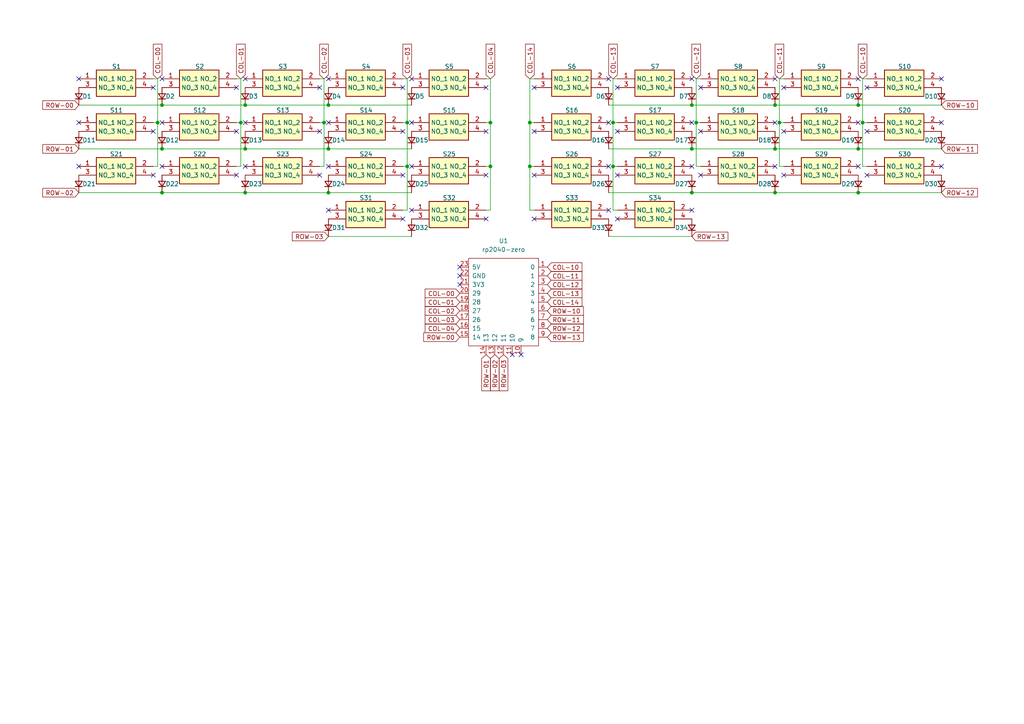
<source format=kicad_sch>
(kicad_sch (version 20231120) (generator "eeschema") (generator_version "8.0")
  (paper "A4")
  (title_block (title "Miniwing") (date "2025-01-25") (rev "1") (company "JJS"))
  (junction (at 201.93 35.56))
  (junction (at 200.66 55.88))
  (junction (at 45.72 35.56))
  (junction (at 200.66 30.48))
  (junction (at 46.99 30.48))
  (junction (at 95.25 55.88))
  (junction (at 248.92 30.48))
  (junction (at 93.98 35.56))
  (junction (at 224.79 55.88))
  (junction (at 250.19 35.56))
  (junction (at 71.12 55.88))
  (junction (at 200.66 43.18))
  (junction (at 153.67 35.56))
  (junction (at 224.79 30.48))
  (junction (at 71.12 43.18))
  (junction (at 118.11 35.56))
  (junction (at 95.25 43.18))
  (junction (at 177.8 35.56))
  (junction (at 46.99 43.18))
  (junction (at 95.25 30.48))
  (junction (at 142.24 48.26))
  (junction (at 118.11 48.26))
  (junction (at 248.92 55.88))
  (junction (at 46.99 55.88))
  (junction (at 226.06 35.56))
  (junction (at 142.24 35.56))
  (junction (at 177.8 48.26))
  (junction (at 153.67 48.26))
  (junction (at 224.79 43.18))
  (junction (at 71.12 30.48))
  (junction (at 248.92 43.18))
  (junction (at 69.85 35.56))
  (no_connect (at 273.05 48.26))
  (no_connect (at 148.59 102.87))
  (no_connect (at 203.2 38.1))
  (no_connect (at 176.53 60.96))
  (no_connect (at 224.79 22.86))
  (no_connect (at 273.05 22.86))
  (no_connect (at 154.94 25.4))
  (no_connect (at 22.86 48.26))
  (no_connect (at 71.12 22.86))
  (no_connect (at 68.58 50.8))
  (no_connect (at 119.38 35.56))
  (no_connect (at 95.25 48.26))
  (no_connect (at 46.99 35.56))
  (no_connect (at 154.94 63.5))
  (no_connect (at 116.84 38.1))
  (no_connect (at 224.79 35.56))
  (no_connect (at 92.71 50.8))
  (no_connect (at 176.53 35.56))
  (no_connect (at 251.46 38.1))
  (no_connect (at 227.33 25.4))
  (no_connect (at 116.84 63.5))
  (no_connect (at 116.84 50.8))
  (no_connect (at 119.38 22.86))
  (no_connect (at 200.66 22.86))
  (no_connect (at 200.66 35.56))
  (no_connect (at 71.12 48.26))
  (no_connect (at 140.97 50.8))
  (no_connect (at 179.07 63.5))
  (no_connect (at 248.92 35.56))
  (no_connect (at 119.38 48.26))
  (no_connect (at 200.66 60.96))
  (no_connect (at 273.05 35.56))
  (no_connect (at 71.12 35.56))
  (no_connect (at 116.84 25.4))
  (no_connect (at 92.71 38.1))
  (no_connect (at 179.07 38.1))
  (no_connect (at 203.2 50.8))
  (no_connect (at 95.25 35.56))
  (no_connect (at 119.38 60.96))
  (no_connect (at 176.53 48.26))
  (no_connect (at 176.53 22.86))
  (no_connect (at 46.99 48.26))
  (no_connect (at 95.25 60.96))
  (no_connect (at 140.97 25.4))
  (no_connect (at 151.13 102.87))
  (no_connect (at 140.97 38.1))
  (no_connect (at 200.66 48.26))
  (no_connect (at 140.97 63.5))
  (no_connect (at 133.35 82.55))
  (no_connect (at 227.33 50.8))
  (no_connect (at 154.94 38.1))
  (no_connect (at 44.45 38.1))
  (no_connect (at 179.07 25.4))
  (no_connect (at 203.2 25.4))
  (no_connect (at 22.86 35.56))
  (no_connect (at 251.46 50.8))
  (no_connect (at 68.58 38.1))
  (no_connect (at 133.35 80.01))
  (no_connect (at 248.92 48.26))
  (no_connect (at 95.25 22.86))
  (no_connect (at 133.35 77.47))
  (no_connect (at 46.99 22.86))
  (no_connect (at 44.45 50.8))
  (no_connect (at 154.94 50.8))
  (no_connect (at 68.58 25.4))
  (no_connect (at 22.86 22.86))
  (no_connect (at 227.33 38.1))
  (no_connect (at 92.71 25.4))
  (no_connect (at 251.46 25.4))
  (no_connect (at 248.92 22.86))
  (no_connect (at 179.07 50.8))
  (no_connect (at 44.45 25.4))
  (no_connect (at 224.79 48.26))
  (wire (pts (xy 45.72 48.26) (xy 44.45 48.26)))
  (wire (pts (xy 179.07 22.86) (xy 177.8 22.86)))
  (wire (pts (xy 226.06 35.56) (xy 226.06 48.26)))
  (wire (pts (xy 224.79 43.18) (xy 200.66 43.18)))
  (wire (pts (xy 203.2 48.26) (xy 201.93 48.26)))
  (wire (pts (xy 95.25 55.88) (xy 119.38 55.88)))
  (wire (pts (xy 200.66 55.88) (xy 176.53 55.88)))
  (wire (pts (xy 226.06 22.86) (xy 226.06 35.56)))
  (wire (pts (xy 46.99 55.88) (xy 71.12 55.88)))
  (wire (pts (xy 69.85 35.56) (xy 69.85 48.26)))
  (wire (pts (xy 227.33 22.86) (xy 226.06 22.86)))
  (wire (pts (xy 250.19 48.26) (xy 251.46 48.26)))
  (wire (pts (xy 153.67 48.26) (xy 153.67 60.96)))
  (wire (pts (xy 142.24 48.26) (xy 142.24 60.96)))
  (wire (pts (xy 140.97 48.26) (xy 142.24 48.26)))
  (wire (pts (xy 154.94 35.56) (xy 153.67 35.56)))
  (wire (pts (xy 92.71 48.26) (xy 93.98 48.26)))
  (wire (pts (xy 68.58 48.26) (xy 69.85 48.26)))
  (wire (pts (xy 142.24 35.56) (xy 142.24 48.26)))
  (wire (pts (xy 153.67 22.86) (xy 154.94 22.86)))
  (wire (pts (xy 227.33 48.26) (xy 226.06 48.26)))
  (wire (pts (xy 203.2 35.56) (xy 201.93 35.56)))
  (wire (pts (xy 95.25 43.18) (xy 119.38 43.18)))
  (wire (pts (xy 92.71 22.86) (xy 93.98 22.86)))
  (wire (pts (xy 154.94 48.26) (xy 153.67 48.26)))
  (wire (pts (xy 95.25 30.48) (xy 119.38 30.48)))
  (wire (pts (xy 92.71 35.56) (xy 93.98 35.56)))
  (wire (pts (xy 68.58 35.56) (xy 69.85 35.56)))
  (wire (pts (xy 177.8 60.96) (xy 177.8 48.26)))
  (wire (pts (xy 71.12 43.18) (xy 95.25 43.18)))
  (wire (pts (xy 46.99 43.18) (xy 71.12 43.18)))
  (wire (pts (xy 250.19 35.56) (xy 250.19 48.26)))
  (wire (pts (xy 248.92 43.18) (xy 224.79 43.18)))
  (wire (pts (xy 118.11 48.26) (xy 118.11 35.56)))
  (wire (pts (xy 248.92 30.48) (xy 224.79 30.48)))
  (wire (pts (xy 118.11 35.56) (xy 118.11 22.86)))
  (wire (pts (xy 200.66 68.58) (xy 176.53 68.58)))
  (wire (pts (xy 250.19 22.86) (xy 250.19 35.56)))
  (wire (pts (xy 44.45 22.86) (xy 45.72 22.86)))
  (wire (pts (xy 177.8 48.26) (xy 177.8 35.56)))
  (wire (pts (xy 45.72 22.86) (xy 45.72 35.56)))
  (wire (pts (xy 22.86 30.48) (xy 46.99 30.48)))
  (wire (pts (xy 71.12 55.88) (xy 95.25 55.88)))
  (wire (pts (xy 224.79 30.48) (xy 200.66 30.48)))
  (wire (pts (xy 45.72 35.56) (xy 45.72 48.26)))
  (wire (pts (xy 153.67 60.96) (xy 154.94 60.96)))
  (wire (pts (xy 200.66 43.18) (xy 176.53 43.18)))
  (wire (pts (xy 116.84 48.26) (xy 118.11 48.26)))
  (wire (pts (xy 273.05 43.18) (xy 248.92 43.18)))
  (wire (pts (xy 248.92 55.88) (xy 224.79 55.88)))
  (wire (pts (xy 142.24 60.96) (xy 140.97 60.96)))
  (wire (pts (xy 116.84 22.86) (xy 118.11 22.86)))
  (wire (pts (xy 95.25 68.58) (xy 119.38 68.58)))
  (wire (pts (xy 116.84 60.96) (xy 118.11 60.96)))
  (wire (pts (xy 93.98 22.86) (xy 93.98 35.56)))
  (wire (pts (xy 69.85 22.86) (xy 69.85 35.56)))
  (wire (pts (xy 22.86 43.18) (xy 46.99 43.18)))
  (wire (pts (xy 71.12 30.48) (xy 95.25 30.48)))
  (wire (pts (xy 140.97 22.86) (xy 142.24 22.86)))
  (wire (pts (xy 227.33 35.56) (xy 226.06 35.56)))
  (wire (pts (xy 140.97 35.56) (xy 142.24 35.56)))
  (wire (pts (xy 22.86 55.88) (xy 46.99 55.88)))
  (wire (pts (xy 273.05 55.88) (xy 248.92 55.88)))
  (wire (pts (xy 224.79 55.88) (xy 200.66 55.88)))
  (wire (pts (xy 179.07 48.26) (xy 177.8 48.26)))
  (wire (pts (xy 153.67 22.86) (xy 153.67 35.56)))
  (wire (pts (xy 44.45 35.56) (xy 45.72 35.56)))
  (wire (pts (xy 153.67 35.56) (xy 153.67 48.26)))
  (wire (pts (xy 68.58 22.86) (xy 69.85 22.86)))
  (wire (pts (xy 251.46 35.56) (xy 250.19 35.56)))
  (wire (pts (xy 250.19 22.86) (xy 251.46 22.86)))
  (wire (pts (xy 142.24 22.86) (xy 142.24 35.56)))
  (wire (pts (xy 118.11 60.96) (xy 118.11 48.26)))
  (wire (pts (xy 179.07 60.96) (xy 177.8 60.96)))
  (wire (pts (xy 179.07 35.56) (xy 177.8 35.56)))
  (wire (pts (xy 93.98 35.56) (xy 93.98 48.26)))
  (wire (pts (xy 248.92 30.48) (xy 273.05 30.48)))
  (wire (pts (xy 203.2 22.86) (xy 201.93 22.86)))
  (wire (pts (xy 177.8 35.56) (xy 177.8 22.86)))
  (wire (pts (xy 46.99 30.48) (xy 71.12 30.48)))
  (wire (pts (xy 116.84 35.56) (xy 118.11 35.56)))
  (wire (pts (xy 200.66 30.48) (xy 176.53 30.48)))
  (wire (pts (xy 201.93 35.56) (xy 201.93 48.26)))
  (wire (pts (xy 201.93 22.86) (xy 201.93 35.56)))
  (global_label "COL-01" (shape input) (at 69.85 22.86 90) (property "Intersheetrefs" "${INTERSHEET_REFS}" (effects (hide yes))))
  (global_label "COL-13" (shape input) (at 158.75 85.09 0) (property "Intersheetrefs" "${INTERSHEET_REFS}" (effects (hide yes))))
  (global_label "COL-13" (shape input) (at 177.8 22.86 90) (property "Intersheetrefs" "${INTERSHEET_REFS}" (effects (hide yes))))
  (global_label "COL-14" (shape input) (at 158.75 87.63 0) (property "Intersheetrefs" "${INTERSHEET_REFS}" (effects (hide yes))))
  (global_label "ROW-02" (shape input) (at 22.86 55.88 180) (property "Intersheetrefs" "${INTERSHEET_REFS}" (effects (hide yes))))
  (global_label "ROW-03" (shape input) (at 95.25 68.58 180) (property "Intersheetrefs" "${INTERSHEET_REFS}" (effects (hide yes))))
  (global_label "ROW-13" (shape input) (at 200.66 68.58 0) (property "Intersheetrefs" "${INTERSHEET_REFS}" (effects (hide yes))))
  (global_label "COL-01" (shape input) (at 133.35 87.63 180) (property "Intersheetrefs" "${INTERSHEET_REFS}" (effects (hide yes))))
  (global_label "COL-00" (shape input) (at 45.72 22.86 90) (property "Intersheetrefs" "${INTERSHEET_REFS}" (effects (hide yes))))
  (global_label "ROW-13" (shape input) (at 158.75 97.79 0) (property "Intersheetrefs" "${INTERSHEET_REFS}" (effects (hide yes))))
  (global_label "COL-11" (shape input) (at 226.06 22.86 90) (property "Intersheetrefs" "${INTERSHEET_REFS}" (effects (hide yes))))
  (global_label "ROW-02" (shape input) (at 143.51 102.87 270) (property "Intersheetrefs" "${INTERSHEET_REFS}" (effects (hide yes))))
  (global_label "COL-03" (shape input) (at 133.35 92.71 180) (property "Intersheetrefs" "${INTERSHEET_REFS}" (effects (hide yes))))
  (global_label "COL-10" (shape input) (at 158.75 77.47 0) (property "Intersheetrefs" "${INTERSHEET_REFS}" (effects (hide yes))))
  (global_label "ROW-10" (shape input) (at 158.75 90.17 0) (property "Intersheetrefs" "${INTERSHEET_REFS}" (effects (hide yes))))
  (global_label "ROW-11" (shape input) (at 273.05 43.18 0) (property "Intersheetrefs" "${INTERSHEET_REFS}" (effects (hide yes))))
  (global_label "ROW-12" (shape input) (at 273.05 55.88 0) (property "Intersheetrefs" "${INTERSHEET_REFS}" (effects (hide yes))))
  (global_label "ROW-12" (shape input) (at 158.75 95.25 0) (property "Intersheetrefs" "${INTERSHEET_REFS}" (effects (hide yes))))
  (global_label "COL-04" (shape input) (at 142.24 22.86 90) (property "Intersheetrefs" "${INTERSHEET_REFS}" (effects (hide yes))))
  (global_label "ROW-00" (shape input) (at 22.86 30.48 180) (property "Intersheetrefs" "${INTERSHEET_REFS}" (effects (hide yes))))
  (global_label "ROW-10" (shape input) (at 273.05 30.48 0) (property "Intersheetrefs" "${INTERSHEET_REFS}" (effects (hide yes))))
  (global_label "COL-14" (shape input) (at 153.67 22.86 90) (property "Intersheetrefs" "${INTERSHEET_REFS}" (effects (hide yes))))
  (global_label "COL-11" (shape input) (at 158.75 80.01 0) (property "Intersheetrefs" "${INTERSHEET_REFS}" (effects (hide yes))))
  (global_label "COL-00" (shape input) (at 133.35 85.09 180) (property "Intersheetrefs" "${INTERSHEET_REFS}" (effects (hide yes))))
  (global_label "ROW-11" (shape input) (at 158.75 92.71 0) (property "Intersheetrefs" "${INTERSHEET_REFS}" (effects (hide yes))))
  (global_label "COL-04" (shape input) (at 133.35 95.25 180) (property "Intersheetrefs" "${INTERSHEET_REFS}" (effects (hide yes))))
  (global_label "COL-12" (shape input) (at 201.93 22.86 90) (property "Intersheetrefs" "${INTERSHEET_REFS}" (effects (hide yes))))
  (global_label "ROW-01" (shape input) (at 140.97 102.87 270) (property "Intersheetrefs" "${INTERSHEET_REFS}" (effects (hide yes))))
  (global_label "COL-10" (shape input) (at 250.19 22.86 90) (property "Intersheetrefs" "${INTERSHEET_REFS}" (effects (hide yes))))
  (global_label "ROW-03" (shape input) (at 146.05 102.87 270) (property "Intersheetrefs" "${INTERSHEET_REFS}" (effects (hide yes))))
  (global_label "COL-02" (shape input) (at 93.98 22.86 90) (property "Intersheetrefs" "${INTERSHEET_REFS}" (effects (hide yes))))
  (global_label "ROW-01" (shape input) (at 22.86 43.18 180) (property "Intersheetrefs" "${INTERSHEET_REFS}" (effects (hide yes))))
  (global_label "COL-03" (shape input) (at 118.11 22.86 90) (property "Intersheetrefs" "${INTERSHEET_REFS}" (effects (hide yes))))
  (global_label "COL-12" (shape input) (at 158.75 82.55 0) (property "Intersheetrefs" "${INTERSHEET_REFS}" (effects (hide yes))))
  (global_label "COL-02" (shape input) (at 133.35 90.17 180) (property "Intersheetrefs" "${INTERSHEET_REFS}" (effects (hide yes))))
  (global_label "ROW-00" (shape input) (at 133.35 97.79 180) (property "Intersheetrefs" "${INTERSHEET_REFS}" (effects (hide yes))))
  (symbol (lib_id "SKHCBKA010:SKHCBKA010") (at 95.25 48.26 0) (unit 1)
    (property "Reference" "S24" (at 106.172 44.704 0))
    (property "Value" "SKHCBKA010" (effects (hide yes)))
    (property "Footprint" "KiCad:SKHCBKA010" (effects (hide yes)))
    (property "Datasheet" "https://datasheet.lcsc.com/szlcsc/ALPS-Electric-SKHCBKA010_C219781.pdf" (effects (hide yes)))
    (property "Description" "Tactile Switches 50 mAmps at 12 Volts" (effects (hide yes)))
    (property "Height" "4.3" (effects (hide yes)))
    (property "Mouser Part Number" "688-SKHCBKA010" (effects (hide yes)))
    (property "Mouser Price/Stock" "https://www.mouser.co.uk/ProductDetail/Alps-Alpine/SKHCBKA010?qs=6EGMNY9ZYDSN2DHLA%252BDAng%3D%3D" (effects (hide yes)))
    (property "Manufacturer_Name" "ALPS Electric" (effects (hide yes)))
    (property "Manufacturer_Part_Number" "SKHCBKA010" (effects (hide yes)))
  )
  (symbol (lib_id "SKHCBKA010:SKHCBKA010") (at 95.25 22.86 0) (unit 1)
    (property "Reference" "S4" (at 106.172 19.304 0))
    (property "Value" "SKHCBKA010" (effects (hide yes)))
    (property "Footprint" "KiCad:SKHCBKA010" (effects (hide yes)))
    (property "Datasheet" "https://datasheet.lcsc.com/szlcsc/ALPS-Electric-SKHCBKA010_C219781.pdf" (effects (hide yes)))
    (property "Description" "Tactile Switches 50 mAmps at 12 Volts" (effects (hide yes)))
    (property "Height" "4.3" (effects (hide yes)))
    (property "Mouser Part Number" "688-SKHCBKA010" (effects (hide yes)))
    (property "Mouser Price/Stock" "https://www.mouser.co.uk/ProductDetail/Alps-Alpine/SKHCBKA010?qs=6EGMNY9ZYDSN2DHLA%252BDAng%3D%3D" (effects (hide yes)))
    (property "Manufacturer_Name" "ALPS Electric" (effects (hide yes)))
    (property "Manufacturer_Part_Number" "SKHCBKA010" (effects (hide yes)))
  )
  (symbol (lib_id "Device:D_Small") (at 200.66 27.94 270) (mirror x) (unit 1)
    (property "Reference" "D7" (at 199.644 27.94 90) (effects (justify right)))
    (property "Value" "D_Small" (effects (hide yes)))
    (property "Footprint" "Diode_SMD:D_SOD-123" (effects (hide yes)))
    (property "Description" "Diode, small symbol" (effects (hide yes)))
    (property "Sim.Device" "D" (effects (hide yes)))
    (property "Sim.Pins" "1=K 2=A" (effects (hide yes)))
  )
  (symbol (lib_id "Device:D_Small") (at 273.05 40.64 270) (mirror x) (unit 1)
    (property "Reference" "D20" (at 272.034 40.64 90) (effects (justify right)))
    (property "Value" "D_Small" (effects (hide yes)))
    (property "Footprint" "Diode_SMD:D_SOD-123" (effects (hide yes)))
    (property "Description" "Diode, small symbol" (effects (hide yes)))
    (property "Sim.Device" "D" (effects (hide yes)))
    (property "Sim.Pins" "1=K 2=A" (effects (hide yes)))
  )
  (symbol (lib_id "Device:D_Small") (at 46.99 53.34 90) (unit 1)
    (property "Reference" "D22" (at 48.006 53.34 90) (effects (justify right)))
    (property "Value" "D_Small" (effects (hide yes)))
    (property "Footprint" "Diode_SMD:D_SOD-123" (effects (hide yes)))
    (property "Description" "Diode, small symbol" (effects (hide yes)))
    (property "Sim.Device" "D" (effects (hide yes)))
    (property "Sim.Pins" "1=K 2=A" (effects (hide yes)))
  )
  (symbol (lib_id "SKHCBKA010:SKHCBKA010") (at 22.86 48.26 0) (unit 1)
    (property "Reference" "S21" (at 33.782 44.704 0))
    (property "Value" "SKHCBKA010" (effects (hide yes)))
    (property "Footprint" "KiCad:SKHCBKA010" (effects (hide yes)))
    (property "Datasheet" "https://datasheet.lcsc.com/szlcsc/ALPS-Electric-SKHCBKA010_C219781.pdf" (effects (hide yes)))
    (property "Description" "Tactile Switches 50 mAmps at 12 Volts" (effects (hide yes)))
    (property "Height" "4.3" (effects (hide yes)))
    (property "Mouser Part Number" "688-SKHCBKA010" (effects (hide yes)))
    (property "Mouser Price/Stock" "https://www.mouser.co.uk/ProductDetail/Alps-Alpine/SKHCBKA010?qs=6EGMNY9ZYDSN2DHLA%252BDAng%3D%3D" (effects (hide yes)))
    (property "Manufacturer_Name" "ALPS Electric" (effects (hide yes)))
    (property "Manufacturer_Part_Number" "SKHCBKA010" (effects (hide yes)))
  )
  (symbol (lib_id "SKHCBKA010:SKHCBKA010") (at 227.33 22.86 0) (unit 1)
    (property "Reference" "S9" (at 238.252 19.304 0))
    (property "Value" "SKHCBKA010" (effects (hide yes)))
    (property "Footprint" "KiCad:SKHCBKA010" (effects (hide yes)))
    (property "Datasheet" "https://datasheet.lcsc.com/szlcsc/ALPS-Electric-SKHCBKA010_C219781.pdf" (effects (hide yes)))
    (property "Description" "Tactile Switches 50 mAmps at 12 Volts" (effects (hide yes)))
    (property "Height" "4.3" (effects (hide yes)))
    (property "Mouser Part Number" "688-SKHCBKA010" (effects (hide yes)))
    (property "Mouser Price/Stock" "https://www.mouser.co.uk/ProductDetail/Alps-Alpine/SKHCBKA010?qs=6EGMNY9ZYDSN2DHLA%252BDAng%3D%3D" (effects (hide yes)))
    (property "Manufacturer_Name" "ALPS Electric" (effects (hide yes)))
    (property "Manufacturer_Part_Number" "SKHCBKA010" (effects (hide yes)))
  )
  (symbol (lib_id "SKHCBKA010:SKHCBKA010") (at 95.25 35.56 0) (unit 1)
    (property "Reference" "S14" (at 106.172 32.004 0))
    (property "Value" "SKHCBKA010" (effects (hide yes)))
    (property "Footprint" "KiCad:SKHCBKA010" (effects (hide yes)))
    (property "Datasheet" "https://datasheet.lcsc.com/szlcsc/ALPS-Electric-SKHCBKA010_C219781.pdf" (effects (hide yes)))
    (property "Description" "Tactile Switches 50 mAmps at 12 Volts" (effects (hide yes)))
    (property "Height" "4.3" (effects (hide yes)))
    (property "Mouser Part Number" "688-SKHCBKA010" (effects (hide yes)))
    (property "Mouser Price/Stock" "https://www.mouser.co.uk/ProductDetail/Alps-Alpine/SKHCBKA010?qs=6EGMNY9ZYDSN2DHLA%252BDAng%3D%3D" (effects (hide yes)))
    (property "Manufacturer_Name" "ALPS Electric" (effects (hide yes)))
    (property "Manufacturer_Part_Number" "SKHCBKA010" (effects (hide yes)))
  )
  (symbol (lib_id "SKHCBKA010:SKHCBKA010") (at 179.07 35.56 0) (unit 1)
    (property "Reference" "S17" (at 189.992 32.004 0))
    (property "Value" "SKHCBKA010" (effects (hide yes)))
    (property "Footprint" "KiCad:SKHCBKA010" (effects (hide yes)))
    (property "Datasheet" "https://datasheet.lcsc.com/szlcsc/ALPS-Electric-SKHCBKA010_C219781.pdf" (effects (hide yes)))
    (property "Description" "Tactile Switches 50 mAmps at 12 Volts" (effects (hide yes)))
    (property "Height" "4.3" (effects (hide yes)))
    (property "Mouser Part Number" "688-SKHCBKA010" (effects (hide yes)))
    (property "Mouser Price/Stock" "https://www.mouser.co.uk/ProductDetail/Alps-Alpine/SKHCBKA010?qs=6EGMNY9ZYDSN2DHLA%252BDAng%3D%3D" (effects (hide yes)))
    (property "Manufacturer_Name" "ALPS Electric" (effects (hide yes)))
    (property "Manufacturer_Part_Number" "SKHCBKA010" (effects (hide yes)))
  )
  (symbol (lib_id "SKHCBKA010:SKHCBKA010") (at 154.94 48.26 0) (unit 1)
    (property "Reference" "S26" (at 165.862 44.704 0))
    (property "Value" "SKHCBKA010" (effects (hide yes)))
    (property "Footprint" "KiCad:SKHCBKA010" (effects (hide yes)))
    (property "Datasheet" "https://datasheet.lcsc.com/szlcsc/ALPS-Electric-SKHCBKA010_C219781.pdf" (effects (hide yes)))
    (property "Description" "Tactile Switches 50 mAmps at 12 Volts" (effects (hide yes)))
    (property "Height" "4.3" (effects (hide yes)))
    (property "Mouser Part Number" "688-SKHCBKA010" (effects (hide yes)))
    (property "Mouser Price/Stock" "https://www.mouser.co.uk/ProductDetail/Alps-Alpine/SKHCBKA010?qs=6EGMNY9ZYDSN2DHLA%252BDAng%3D%3D" (effects (hide yes)))
    (property "Manufacturer_Name" "ALPS Electric" (effects (hide yes)))
    (property "Manufacturer_Part_Number" "SKHCBKA010" (effects (hide yes)))
  )
  (symbol (lib_id "SKHCBKA010:SKHCBKA010") (at 154.94 22.86 0) (unit 1)
    (property "Reference" "S6" (at 165.862 19.304 0))
    (property "Value" "SKHCBKA010" (effects (hide yes)))
    (property "Footprint" "KiCad:SKHCBKA010" (effects (hide yes)))
    (property "Datasheet" "https://datasheet.lcsc.com/szlcsc/ALPS-Electric-SKHCBKA010_C219781.pdf" (effects (hide yes)))
    (property "Description" "Tactile Switches 50 mAmps at 12 Volts" (effects (hide yes)))
    (property "Height" "4.3" (effects (hide yes)))
    (property "Mouser Part Number" "688-SKHCBKA010" (effects (hide yes)))
    (property "Mouser Price/Stock" "https://www.mouser.co.uk/ProductDetail/Alps-Alpine/SKHCBKA010?qs=6EGMNY9ZYDSN2DHLA%252BDAng%3D%3D" (effects (hide yes)))
    (property "Manufacturer_Name" "ALPS Electric" (effects (hide yes)))
    (property "Manufacturer_Part_Number" "SKHCBKA010" (effects (hide yes)))
  )
  (symbol (lib_id "Device:D_Small") (at 95.25 66.04 90) (unit 1)
    (property "Reference" "D31" (at 96.266 66.04 90) (effects (justify right)))
    (property "Value" "D_Small" (effects (hide yes)))
    (property "Footprint" "Diode_SMD:D_SOD-123" (effects (hide yes)))
    (property "Description" "Diode, small symbol" (effects (hide yes)))
    (property "Sim.Device" "D" (effects (hide yes)))
    (property "Sim.Pins" "1=K 2=A" (effects (hide yes)))
  )
  (symbol (lib_id "Device:D_Small") (at 119.38 27.94 90) (unit 1)
    (property "Reference" "D5" (at 120.396 27.94 90) (effects (justify right)))
    (property "Value" "D_Small" (effects (hide yes)))
    (property "Footprint" "Diode_SMD:D_SOD-123" (effects (hide yes)))
    (property "Description" "Diode, small symbol" (effects (hide yes)))
    (property "Sim.Device" "D" (effects (hide yes)))
    (property "Sim.Pins" "1=K 2=A" (effects (hide yes)))
  )
  (symbol (lib_id "Device:D_Small") (at 248.92 53.34 270) (mirror x) (unit 1)
    (property "Reference" "D29" (at 247.904 53.34 90) (effects (justify right)))
    (property "Value" "D_Small" (effects (hide yes)))
    (property "Footprint" "Diode_SMD:D_SOD-123" (effects (hide yes)))
    (property "Description" "Diode, small symbol" (effects (hide yes)))
    (property "Sim.Device" "D" (effects (hide yes)))
    (property "Sim.Pins" "1=K 2=A" (effects (hide yes)))
  )
  (symbol (lib_id "SKHCBKA010:SKHCBKA010") (at 154.94 35.56 0) (unit 1)
    (property "Reference" "S16" (at 165.862 32.004 0))
    (property "Value" "SKHCBKA010" (effects (hide yes)))
    (property "Footprint" "KiCad:SKHCBKA010" (effects (hide yes)))
    (property "Datasheet" "https://datasheet.lcsc.com/szlcsc/ALPS-Electric-SKHCBKA010_C219781.pdf" (effects (hide yes)))
    (property "Description" "Tactile Switches 50 mAmps at 12 Volts" (effects (hide yes)))
    (property "Height" "4.3" (effects (hide yes)))
    (property "Mouser Part Number" "688-SKHCBKA010" (effects (hide yes)))
    (property "Mouser Price/Stock" "https://www.mouser.co.uk/ProductDetail/Alps-Alpine/SKHCBKA010?qs=6EGMNY9ZYDSN2DHLA%252BDAng%3D%3D" (effects (hide yes)))
    (property "Manufacturer_Name" "ALPS Electric" (effects (hide yes)))
    (property "Manufacturer_Part_Number" "SKHCBKA010" (effects (hide yes)))
  )
  (symbol (lib_id "Device:D_Small") (at 95.25 40.64 90) (unit 1)
    (property "Reference" "D14" (at 96.266 40.64 90) (effects (justify right)))
    (property "Value" "D_Small" (effects (hide yes)))
    (property "Footprint" "Diode_SMD:D_SOD-123" (effects (hide yes)))
    (property "Description" "Diode, small symbol" (effects (hide yes)))
    (property "Sim.Device" "D" (effects (hide yes)))
    (property "Sim.Pins" "1=K 2=A" (effects (hide yes)))
  )
  (symbol (lib_id "Device:D_Small") (at 119.38 53.34 90) (unit 1)
    (property "Reference" "D25" (at 120.396 53.34 90) (effects (justify right)))
    (property "Value" "D_Small" (effects (hide yes)))
    (property "Footprint" "Diode_SMD:D_SOD-123" (effects (hide yes)))
    (property "Description" "Diode, small symbol" (effects (hide yes)))
    (property "Sim.Device" "D" (effects (hide yes)))
    (property "Sim.Pins" "1=K 2=A" (effects (hide yes)))
  )
  (symbol (lib_id "SKHCBKA010:SKHCBKA010") (at 179.07 22.86 0) (unit 1)
    (property "Reference" "S7" (at 189.992 19.304 0))
    (property "Value" "SKHCBKA010" (effects (hide yes)))
    (property "Footprint" "KiCad:SKHCBKA010" (effects (hide yes)))
    (property "Datasheet" "https://datasheet.lcsc.com/szlcsc/ALPS-Electric-SKHCBKA010_C219781.pdf" (effects (hide yes)))
    (property "Description" "Tactile Switches 50 mAmps at 12 Volts" (effects (hide yes)))
    (property "Height" "4.3" (effects (hide yes)))
    (property "Mouser Part Number" "688-SKHCBKA010" (effects (hide yes)))
    (property "Mouser Price/Stock" "https://www.mouser.co.uk/ProductDetail/Alps-Alpine/SKHCBKA010?qs=6EGMNY9ZYDSN2DHLA%252BDAng%3D%3D" (effects (hide yes)))
    (property "Manufacturer_Name" "ALPS Electric" (effects (hide yes)))
    (property "Manufacturer_Part_Number" "SKHCBKA010" (effects (hide yes)))
  )
  (symbol (lib_id "SKHCBKA010:SKHCBKA010") (at 22.86 35.56 0) (unit 1)
    (property "Reference" "S11" (at 33.782 32.004 0))
    (property "Value" "SKHCBKA010" (effects (hide yes)))
    (property "Footprint" "KiCad:SKHCBKA010" (effects (hide yes)))
    (property "Datasheet" "https://datasheet.lcsc.com/szlcsc/ALPS-Electric-SKHCBKA010_C219781.pdf" (effects (hide yes)))
    (property "Description" "Tactile Switches 50 mAmps at 12 Volts" (effects (hide yes)))
    (property "Height" "4.3" (effects (hide yes)))
    (property "Mouser Part Number" "688-SKHCBKA010" (effects (hide yes)))
    (property "Mouser Price/Stock" "https://www.mouser.co.uk/ProductDetail/Alps-Alpine/SKHCBKA010?qs=6EGMNY9ZYDSN2DHLA%252BDAng%3D%3D" (effects (hide yes)))
    (property "Manufacturer_Name" "ALPS Electric" (effects (hide yes)))
    (property "Manufacturer_Part_Number" "SKHCBKA010" (effects (hide yes)))
  )
  (symbol (lib_id "Device:D_Small") (at 95.25 27.94 90) (unit 1)
    (property "Reference" "D4" (at 96.266 27.94 90) (effects (justify right)))
    (property "Value" "D_Small" (effects (hide yes)))
    (property "Footprint" "Diode_SMD:D_SOD-123" (effects (hide yes)))
    (property "Description" "Diode, small symbol" (effects (hide yes)))
    (property "Sim.Device" "D" (effects (hide yes)))
    (property "Sim.Pins" "1=K 2=A" (effects (hide yes)))
  )
  (symbol (lib_id "Device:D_Small") (at 22.86 53.34 90) (unit 1)
    (property "Reference" "D21" (at 23.876 53.34 90) (effects (justify right)))
    (property "Value" "D_Small" (effects (hide yes)))
    (property "Footprint" "Diode_SMD:D_SOD-123" (effects (hide yes)))
    (property "Description" "Diode, small symbol" (effects (hide yes)))
    (property "Sim.Device" "D" (effects (hide yes)))
    (property "Sim.Pins" "1=K 2=A" (effects (hide yes)))
  )
  (symbol (lib_id "SKHCBKA010:SKHCBKA010") (at 95.25 60.96 0) (unit 1)
    (property "Reference" "S31" (at 106.172 57.404 0))
    (property "Value" "SKHCBKA010" (effects (hide yes)))
    (property "Footprint" "KiCad:SKHCBKA010" (effects (hide yes)))
    (property "Datasheet" "https://datasheet.lcsc.com/szlcsc/ALPS-Electric-SKHCBKA010_C219781.pdf" (effects (hide yes)))
    (property "Description" "Tactile Switches 50 mAmps at 12 Volts" (effects (hide yes)))
    (property "Height" "4.3" (effects (hide yes)))
    (property "Mouser Part Number" "688-SKHCBKA010" (effects (hide yes)))
    (property "Mouser Price/Stock" "https://www.mouser.co.uk/ProductDetail/Alps-Alpine/SKHCBKA010?qs=6EGMNY9ZYDSN2DHLA%252BDAng%3D%3D" (effects (hide yes)))
    (property "Manufacturer_Name" "ALPS Electric" (effects (hide yes)))
    (property "Manufacturer_Part_Number" "SKHCBKA010" (effects (hide yes)))
  )
  (symbol (lib_id "Device:D_Small") (at 248.92 40.64 270) (mirror x) (unit 1)
    (property "Reference" "D19" (at 247.904 40.64 90) (effects (justify right)))
    (property "Value" "D_Small" (effects (hide yes)))
    (property "Footprint" "Diode_SMD:D_SOD-123" (effects (hide yes)))
    (property "Description" "Diode, small symbol" (effects (hide yes)))
    (property "Sim.Device" "D" (effects (hide yes)))
    (property "Sim.Pins" "1=K 2=A" (effects (hide yes)))
  )
  (symbol (lib_id "SKHCBKA010:SKHCBKA010") (at 251.46 48.26 0) (unit 1)
    (property "Reference" "S30" (at 262.382 44.704 0))
    (property "Value" "SKHCBKA010" (effects (hide yes)))
    (property "Footprint" "KiCad:SKHCBKA010" (effects (hide yes)))
    (property "Datasheet" "https://datasheet.lcsc.com/szlcsc/ALPS-Electric-SKHCBKA010_C219781.pdf" (effects (hide yes)))
    (property "Description" "Tactile Switches 50 mAmps at 12 Volts" (effects (hide yes)))
    (property "Height" "4.3" (effects (hide yes)))
    (property "Mouser Part Number" "688-SKHCBKA010" (effects (hide yes)))
    (property "Mouser Price/Stock" "https://www.mouser.co.uk/ProductDetail/Alps-Alpine/SKHCBKA010?qs=6EGMNY9ZYDSN2DHLA%252BDAng%3D%3D" (effects (hide yes)))
    (property "Manufacturer_Name" "ALPS Electric" (effects (hide yes)))
    (property "Manufacturer_Part_Number" "SKHCBKA010" (effects (hide yes)))
  )
  (symbol (lib_id "SKHCBKA010:SKHCBKA010") (at 46.99 35.56 0) (unit 1)
    (property "Reference" "S12" (at 57.912 32.004 0))
    (property "Value" "SKHCBKA010" (effects (hide yes)))
    (property "Footprint" "KiCad:SKHCBKA010" (effects (hide yes)))
    (property "Datasheet" "https://datasheet.lcsc.com/szlcsc/ALPS-Electric-SKHCBKA010_C219781.pdf" (effects (hide yes)))
    (property "Description" "Tactile Switches 50 mAmps at 12 Volts" (effects (hide yes)))
    (property "Height" "4.3" (effects (hide yes)))
    (property "Mouser Part Number" "688-SKHCBKA010" (effects (hide yes)))
    (property "Mouser Price/Stock" "https://www.mouser.co.uk/ProductDetail/Alps-Alpine/SKHCBKA010?qs=6EGMNY9ZYDSN2DHLA%252BDAng%3D%3D" (effects (hide yes)))
    (property "Manufacturer_Name" "ALPS Electric" (effects (hide yes)))
    (property "Manufacturer_Part_Number" "SKHCBKA010" (effects (hide yes)))
  )
  (symbol (lib_id "Device:D_Small") (at 176.53 40.64 270) (mirror x) (unit 1)
    (property "Reference" "D16" (at 175.514 40.64 90) (effects (justify right)))
    (property "Value" "D_Small" (effects (hide yes)))
    (property "Footprint" "Diode_SMD:D_SOD-123" (effects (hide yes)))
    (property "Description" "Diode, small symbol" (effects (hide yes)))
    (property "Sim.Device" "D" (effects (hide yes)))
    (property "Sim.Pins" "1=K 2=A" (effects (hide yes)))
  )
  (symbol (lib_id "Device:D_Small") (at 224.79 27.94 270) (mirror x) (unit 1)
    (property "Reference" "D8" (at 223.774 27.94 90) (effects (justify right)))
    (property "Value" "D_Small" (effects (hide yes)))
    (property "Footprint" "Diode_SMD:D_SOD-123" (effects (hide yes)))
    (property "Description" "Diode, small symbol" (effects (hide yes)))
    (property "Sim.Device" "D" (effects (hide yes)))
    (property "Sim.Pins" "1=K 2=A" (effects (hide yes)))
  )
  (symbol (lib_id "SKHCBKA010:SKHCBKA010") (at 179.07 60.96 0) (unit 1)
    (property "Reference" "S34" (at 189.992 57.404 0))
    (property "Value" "SKHCBKA010" (effects (hide yes)))
    (property "Footprint" "KiCad:SKHCBKA010" (effects (hide yes)))
    (property "Datasheet" "https://datasheet.lcsc.com/szlcsc/ALPS-Electric-SKHCBKA010_C219781.pdf" (effects (hide yes)))
    (property "Description" "Tactile Switches 50 mAmps at 12 Volts" (effects (hide yes)))
    (property "Height" "4.3" (effects (hide yes)))
    (property "Mouser Part Number" "688-SKHCBKA010" (effects (hide yes)))
    (property "Mouser Price/Stock" "https://www.mouser.co.uk/ProductDetail/Alps-Alpine/SKHCBKA010?qs=6EGMNY9ZYDSN2DHLA%252BDAng%3D%3D" (effects (hide yes)))
    (property "Manufacturer_Name" "ALPS Electric" (effects (hide yes)))
    (property "Manufacturer_Part_Number" "SKHCBKA010" (effects (hide yes)))
  )
  (symbol (lib_id "Device:D_Small") (at 273.05 53.34 270) (mirror x) (unit 1)
    (property "Reference" "D30" (at 272.034 53.34 90) (effects (justify right)))
    (property "Value" "D_Small" (effects (hide yes)))
    (property "Footprint" "Diode_SMD:D_SOD-123" (effects (hide yes)))
    (property "Description" "Diode, small symbol" (effects (hide yes)))
    (property "Sim.Device" "D" (effects (hide yes)))
    (property "Sim.Pins" "1=K 2=A" (effects (hide yes)))
  )
  (symbol (lib_id "Device:D_Small") (at 224.79 40.64 270) (mirror x) (unit 1)
    (property "Reference" "D18" (at 223.774 40.64 90) (effects (justify right)))
    (property "Value" "D_Small" (effects (hide yes)))
    (property "Footprint" "Diode_SMD:D_SOD-123" (effects (hide yes)))
    (property "Description" "Diode, small symbol" (effects (hide yes)))
    (property "Sim.Device" "D" (effects (hide yes)))
    (property "Sim.Pins" "1=K 2=A" (effects (hide yes)))
  )
  (symbol (lib_id "Device:D_Small") (at 46.99 40.64 90) (unit 1)
    (property "Reference" "D12" (at 48.006 40.64 90) (effects (justify right)))
    (property "Value" "D_Small" (effects (hide yes)))
    (property "Footprint" "Diode_SMD:D_SOD-123" (effects (hide yes)))
    (property "Description" "Diode, small symbol" (effects (hide yes)))
    (property "Sim.Device" "D" (effects (hide yes)))
    (property "Sim.Pins" "1=K 2=A" (effects (hide yes)))
  )
  (symbol (lib_id "SKHCBKA010:SKHCBKA010") (at 71.12 35.56 0) (unit 1)
    (property "Reference" "S13" (at 82.042 32.004 0))
    (property "Value" "SKHCBKA010" (effects (hide yes)))
    (property "Footprint" "KiCad:SKHCBKA010" (effects (hide yes)))
    (property "Datasheet" "https://datasheet.lcsc.com/szlcsc/ALPS-Electric-SKHCBKA010_C219781.pdf" (effects (hide yes)))
    (property "Description" "Tactile Switches 50 mAmps at 12 Volts" (effects (hide yes)))
    (property "Height" "4.3" (effects (hide yes)))
    (property "Mouser Part Number" "688-SKHCBKA010" (effects (hide yes)))
    (property "Mouser Price/Stock" "https://www.mouser.co.uk/ProductDetail/Alps-Alpine/SKHCBKA010?qs=6EGMNY9ZYDSN2DHLA%252BDAng%3D%3D" (effects (hide yes)))
    (property "Manufacturer_Name" "ALPS Electric" (effects (hide yes)))
    (property "Manufacturer_Part_Number" "SKHCBKA010" (effects (hide yes)))
  )
  (symbol (lib_id "SKHCBKA010:SKHCBKA010") (at 227.33 48.26 0) (unit 1)
    (property "Reference" "S29" (at 238.252 44.704 0))
    (property "Value" "SKHCBKA010" (effects (hide yes)))
    (property "Footprint" "KiCad:SKHCBKA010" (effects (hide yes)))
    (property "Datasheet" "https://datasheet.lcsc.com/szlcsc/ALPS-Electric-SKHCBKA010_C219781.pdf" (effects (hide yes)))
    (property "Description" "Tactile Switches 50 mAmps at 12 Volts" (effects (hide yes)))
    (property "Height" "4.3" (effects (hide yes)))
    (property "Mouser Part Number" "688-SKHCBKA010" (effects (hide yes)))
    (property "Mouser Price/Stock" "https://www.mouser.co.uk/ProductDetail/Alps-Alpine/SKHCBKA010?qs=6EGMNY9ZYDSN2DHLA%252BDAng%3D%3D" (effects (hide yes)))
    (property "Manufacturer_Name" "ALPS Electric" (effects (hide yes)))
    (property "Manufacturer_Part_Number" "SKHCBKA010" (effects (hide yes)))
  )
  (symbol (lib_id "SKHCBKA010:SKHCBKA010") (at 119.38 48.26 0) (unit 1)
    (property "Reference" "S25" (at 130.302 44.704 0))
    (property "Value" "SKHCBKA010" (effects (hide yes)))
    (property "Footprint" "KiCad:SKHCBKA010" (effects (hide yes)))
    (property "Datasheet" "https://datasheet.lcsc.com/szlcsc/ALPS-Electric-SKHCBKA010_C219781.pdf" (effects (hide yes)))
    (property "Description" "Tactile Switches 50 mAmps at 12 Volts" (effects (hide yes)))
    (property "Height" "4.3" (effects (hide yes)))
    (property "Mouser Part Number" "688-SKHCBKA010" (effects (hide yes)))
    (property "Mouser Price/Stock" "https://www.mouser.co.uk/ProductDetail/Alps-Alpine/SKHCBKA010?qs=6EGMNY9ZYDSN2DHLA%252BDAng%3D%3D" (effects (hide yes)))
    (property "Manufacturer_Name" "ALPS Electric" (effects (hide yes)))
    (property "Manufacturer_Part_Number" "SKHCBKA010" (effects (hide yes)))
  )
  (symbol (lib_id "SKHCBKA010:SKHCBKA010") (at 251.46 22.86 0) (unit 1)
    (property "Reference" "S10" (at 262.382 19.304 0))
    (property "Value" "SKHCBKA010" (effects (hide yes)))
    (property "Footprint" "KiCad:SKHCBKA010" (effects (hide yes)))
    (property "Datasheet" "https://datasheet.lcsc.com/szlcsc/ALPS-Electric-SKHCBKA010_C219781.pdf" (effects (hide yes)))
    (property "Description" "Tactile Switches 50 mAmps at 12 Volts" (effects (hide yes)))
    (property "Height" "4.3" (effects (hide yes)))
    (property "Mouser Part Number" "688-SKHCBKA010" (effects (hide yes)))
    (property "Mouser Price/Stock" "https://www.mouser.co.uk/ProductDetail/Alps-Alpine/SKHCBKA010?qs=6EGMNY9ZYDSN2DHLA%252BDAng%3D%3D" (effects (hide yes)))
    (property "Manufacturer_Name" "ALPS Electric" (effects (hide yes)))
    (property "Manufacturer_Part_Number" "SKHCBKA010" (effects (hide yes)))
  )
  (symbol (lib_id "SKHCBKA010:SKHCBKA010") (at 203.2 48.26 0) (unit 1)
    (property "Reference" "S28" (at 214.122 44.704 0))
    (property "Value" "SKHCBKA010" (effects (hide yes)))
    (property "Footprint" "KiCad:SKHCBKA010" (effects (hide yes)))
    (property "Datasheet" "https://datasheet.lcsc.com/szlcsc/ALPS-Electric-SKHCBKA010_C219781.pdf" (effects (hide yes)))
    (property "Description" "Tactile Switches 50 mAmps at 12 Volts" (effects (hide yes)))
    (property "Height" "4.3" (effects (hide yes)))
    (property "Mouser Part Number" "688-SKHCBKA010" (effects (hide yes)))
    (property "Mouser Price/Stock" "https://www.mouser.co.uk/ProductDetail/Alps-Alpine/SKHCBKA010?qs=6EGMNY9ZYDSN2DHLA%252BDAng%3D%3D" (effects (hide yes)))
    (property "Manufacturer_Name" "ALPS Electric" (effects (hide yes)))
    (property "Manufacturer_Part_Number" "SKHCBKA010" (effects (hide yes)))
  )
  (symbol (lib_id "Device:D_Small") (at 119.38 40.64 90) (unit 1)
    (property "Reference" "D15" (at 120.396 40.64 90) (effects (justify right)))
    (property "Value" "D_Small" (effects (hide yes)))
    (property "Footprint" "Diode_SMD:D_SOD-123" (effects (hide yes)))
    (property "Description" "Diode, small symbol" (effects (hide yes)))
    (property "Sim.Device" "D" (effects (hide yes)))
    (property "Sim.Pins" "1=K 2=A" (effects (hide yes)))
  )
  (symbol (lib_id "SKHCBKA010:SKHCBKA010") (at 46.99 22.86 0) (unit 1)
    (property "Reference" "S2" (at 57.912 19.304 0))
    (property "Value" "SKHCBKA010" (effects (hide yes)))
    (property "Footprint" "KiCad:SKHCBKA010" (effects (hide yes)))
    (property "Datasheet" "https://datasheet.lcsc.com/szlcsc/ALPS-Electric-SKHCBKA010_C219781.pdf" (effects (hide yes)))
    (property "Description" "Tactile Switches 50 mAmps at 12 Volts" (effects (hide yes)))
    (property "Height" "4.3" (effects (hide yes)))
    (property "Mouser Part Number" "688-SKHCBKA010" (effects (hide yes)))
    (property "Mouser Price/Stock" "https://www.mouser.co.uk/ProductDetail/Alps-Alpine/SKHCBKA010?qs=6EGMNY9ZYDSN2DHLA%252BDAng%3D%3D" (effects (hide yes)))
    (property "Manufacturer_Name" "ALPS Electric" (effects (hide yes)))
    (property "Manufacturer_Part_Number" "SKHCBKA010" (effects (hide yes)))
  )
  (symbol (lib_id "SKHCBKA010:SKHCBKA010") (at 119.38 22.86 0) (unit 1)
    (property "Reference" "S5" (at 130.302 19.304 0))
    (property "Value" "SKHCBKA010" (effects (hide yes)))
    (property "Footprint" "KiCad:SKHCBKA010" (effects (hide yes)))
    (property "Datasheet" "https://datasheet.lcsc.com/szlcsc/ALPS-Electric-SKHCBKA010_C219781.pdf" (effects (hide yes)))
    (property "Description" "Tactile Switches 50 mAmps at 12 Volts" (effects (hide yes)))
    (property "Height" "4.3" (effects (hide yes)))
    (property "Mouser Part Number" "688-SKHCBKA010" (effects (hide yes)))
    (property "Mouser Price/Stock" "https://www.mouser.co.uk/ProductDetail/Alps-Alpine/SKHCBKA010?qs=6EGMNY9ZYDSN2DHLA%252BDAng%3D%3D" (effects (hide yes)))
    (property "Manufacturer_Name" "ALPS Electric" (effects (hide yes)))
    (property "Manufacturer_Part_Number" "SKHCBKA010" (effects (hide yes)))
  )
  (symbol (lib_id "Device:D_Small") (at 176.53 66.04 270) (mirror x) (unit 1)
    (property "Reference" "D33" (at 175.514 66.04 90) (effects (justify right)))
    (property "Value" "D_Small" (effects (hide yes)))
    (property "Footprint" "Diode_SMD:D_SOD-123" (effects (hide yes)))
    (property "Description" "Diode, small symbol" (effects (hide yes)))
    (property "Sim.Device" "D" (effects (hide yes)))
    (property "Sim.Pins" "1=K 2=A" (effects (hide yes)))
  )
  (symbol (lib_id "Device:D_Small") (at 46.99 27.94 90) (unit 1)
    (property "Reference" "D2" (at 48.006 27.94 90) (effects (justify right)))
    (property "Value" "D_Small" (effects (hide yes)))
    (property "Footprint" "Diode_SMD:D_SOD-123" (effects (hide yes)))
    (property "Description" "Diode, small symbol" (effects (hide yes)))
    (property "Sim.Device" "D" (effects (hide yes)))
    (property "Sim.Pins" "1=K 2=A" (effects (hide yes)))
  )
  (symbol (lib_id "SKHCBKA010:SKHCBKA010") (at 22.86 22.86 0) (unit 1)
    (property "Reference" "S1" (at 33.782 19.304 0))
    (property "Value" "SKHCBKA010" (effects (hide yes)))
    (property "Footprint" "KiCad:SKHCBKA010" (effects (hide yes)))
    (property "Datasheet" "https://datasheet.lcsc.com/szlcsc/ALPS-Electric-SKHCBKA010_C219781.pdf" (effects (hide yes)))
    (property "Description" "Tactile Switches 50 mAmps at 12 Volts" (effects (hide yes)))
    (property "Height" "4.3" (effects (hide yes)))
    (property "Mouser Part Number" "688-SKHCBKA010" (effects (hide yes)))
    (property "Mouser Price/Stock" "https://www.mouser.co.uk/ProductDetail/Alps-Alpine/SKHCBKA010?qs=6EGMNY9ZYDSN2DHLA%252BDAng%3D%3D" (effects (hide yes)))
    (property "Manufacturer_Name" "ALPS Electric" (effects (hide yes)))
    (property "Manufacturer_Part_Number" "SKHCBKA010" (effects (hide yes)))
  )
  (symbol (lib_id "Device:D_Small") (at 176.53 53.34 270) (mirror x) (unit 1)
    (property "Reference" "D26" (at 175.514 53.34 90) (effects (justify right)))
    (property "Value" "D_Small" (effects (hide yes)))
    (property "Footprint" "Diode_SMD:D_SOD-123" (effects (hide yes)))
    (property "Description" "Diode, small symbol" (effects (hide yes)))
    (property "Sim.Device" "D" (effects (hide yes)))
    (property "Sim.Pins" "1=K 2=A" (effects (hide yes)))
  )
  (symbol (lib_id "Device:D_Small") (at 71.12 27.94 90) (unit 1)
    (property "Reference" "D3" (at 72.136 27.94 90) (effects (justify right)))
    (property "Value" "D_Small" (effects (hide yes)))
    (property "Footprint" "Diode_SMD:D_SOD-123" (effects (hide yes)))
    (property "Description" "Diode, small symbol" (effects (hide yes)))
    (property "Sim.Device" "D" (effects (hide yes)))
    (property "Sim.Pins" "1=K 2=A" (effects (hide yes)))
  )
  (symbol (lib_id "SKHCBKA010:SKHCBKA010") (at 119.38 35.56 0) (unit 1)
    (property "Reference" "S15" (at 130.302 32.004 0))
    (property "Value" "SKHCBKA010" (effects (hide yes)))
    (property "Footprint" "KiCad:SKHCBKA010" (effects (hide yes)))
    (property "Datasheet" "https://datasheet.lcsc.com/szlcsc/ALPS-Electric-SKHCBKA010_C219781.pdf" (effects (hide yes)))
    (property "Description" "Tactile Switches 50 mAmps at 12 Volts" (effects (hide yes)))
    (property "Height" "4.3" (effects (hide yes)))
    (property "Mouser Part Number" "688-SKHCBKA010" (effects (hide yes)))
    (property "Mouser Price/Stock" "https://www.mouser.co.uk/ProductDetail/Alps-Alpine/SKHCBKA010?qs=6EGMNY9ZYDSN2DHLA%252BDAng%3D%3D" (effects (hide yes)))
    (property "Manufacturer_Name" "ALPS Electric" (effects (hide yes)))
    (property "Manufacturer_Part_Number" "SKHCBKA010" (effects (hide yes)))
  )
  (symbol (lib_id "Device:D_Small") (at 273.05 27.94 270) (mirror x) (unit 1)
    (property "Reference" "D10" (at 272.034 27.94 90) (effects (justify right)))
    (property "Value" "D_Small" (effects (hide yes)))
    (property "Footprint" "Diode_SMD:D_SOD-123" (effects (hide yes)))
    (property "Description" "Diode, small symbol" (effects (hide yes)))
    (property "Sim.Device" "D" (effects (hide yes)))
    (property "Sim.Pins" "1=K 2=A" (effects (hide yes)))
  )
  (symbol (lib_id "Device:D_Small") (at 248.92 27.94 270) (mirror x) (unit 1)
    (property "Reference" "D9" (at 247.904 27.94 90) (effects (justify right)))
    (property "Value" "D_Small" (effects (hide yes)))
    (property "Footprint" "Diode_SMD:D_SOD-123" (effects (hide yes)))
    (property "Description" "Diode, small symbol" (effects (hide yes)))
    (property "Sim.Device" "D" (effects (hide yes)))
    (property "Sim.Pins" "1=K 2=A" (effects (hide yes)))
  )
  (symbol (lib_id "Device:D_Small") (at 71.12 53.34 90) (unit 1)
    (property "Reference" "D23" (at 72.136 53.34 90) (effects (justify right)))
    (property "Value" "D_Small" (effects (hide yes)))
    (property "Footprint" "Diode_SMD:D_SOD-123" (effects (hide yes)))
    (property "Description" "Diode, small symbol" (effects (hide yes)))
    (property "Sim.Device" "D" (effects (hide yes)))
    (property "Sim.Pins" "1=K 2=A" (effects (hide yes)))
  )
  (symbol (lib_id "SKHCBKA010:SKHCBKA010") (at 71.12 48.26 0) (unit 1)
    (property "Reference" "S23" (at 82.042 44.704 0))
    (property "Value" "SKHCBKA010" (effects (hide yes)))
    (property "Footprint" "KiCad:SKHCBKA010" (effects (hide yes)))
    (property "Datasheet" "https://datasheet.lcsc.com/szlcsc/ALPS-Electric-SKHCBKA010_C219781.pdf" (effects (hide yes)))
    (property "Description" "Tactile Switches 50 mAmps at 12 Volts" (effects (hide yes)))
    (property "Height" "4.3" (effects (hide yes)))
    (property "Mouser Part Number" "688-SKHCBKA010" (effects (hide yes)))
    (property "Mouser Price/Stock" "https://www.mouser.co.uk/ProductDetail/Alps-Alpine/SKHCBKA010?qs=6EGMNY9ZYDSN2DHLA%252BDAng%3D%3D" (effects (hide yes)))
    (property "Manufacturer_Name" "ALPS Electric" (effects (hide yes)))
    (property "Manufacturer_Part_Number" "SKHCBKA010" (effects (hide yes)))
  )
  (symbol (lib_id "Device:D_Small") (at 22.86 40.64 90) (unit 1)
    (property "Reference" "D11" (at 23.876 40.64 90) (effects (justify right)))
    (property "Value" "D_Small" (effects (hide yes)))
    (property "Footprint" "Diode_SMD:D_SOD-123" (effects (hide yes)))
    (property "Description" "Diode, small symbol" (effects (hide yes)))
    (property "Sim.Device" "D" (effects (hide yes)))
    (property "Sim.Pins" "1=K 2=A" (effects (hide yes)))
  )
  (symbol (lib_id "Device:D_Small") (at 71.12 40.64 90) (unit 1)
    (property "Reference" "D13" (at 72.136 40.64 90) (effects (justify right)))
    (property "Value" "D_Small" (effects (hide yes)))
    (property "Footprint" "Diode_SMD:D_SOD-123" (effects (hide yes)))
    (property "Description" "Diode, small symbol" (effects (hide yes)))
    (property "Sim.Device" "D" (effects (hide yes)))
    (property "Sim.Pins" "1=K 2=A" (effects (hide yes)))
  )
  (symbol (lib_id "Device:D_Small") (at 95.25 53.34 90) (unit 1)
    (property "Reference" "D24" (at 96.266 53.34 90) (effects (justify right)))
    (property "Value" "D_Small" (effects (hide yes)))
    (property "Footprint" "Diode_SMD:D_SOD-123" (effects (hide yes)))
    (property "Description" "Diode, small symbol" (effects (hide yes)))
    (property "Sim.Device" "D" (effects (hide yes)))
    (property "Sim.Pins" "1=K 2=A" (effects (hide yes)))
  )
  (symbol (lib_id "SKHCBKA010:SKHCBKA010") (at 203.2 22.86 0) (unit 1)
    (property "Reference" "S8" (at 214.122 19.304 0))
    (property "Value" "SKHCBKA010" (effects (hide yes)))
    (property "Footprint" "KiCad:SKHCBKA010" (effects (hide yes)))
    (property "Datasheet" "https://datasheet.lcsc.com/szlcsc/ALPS-Electric-SKHCBKA010_C219781.pdf" (effects (hide yes)))
    (property "Description" "Tactile Switches 50 mAmps at 12 Volts" (effects (hide yes)))
    (property "Height" "4.3" (effects (hide yes)))
    (property "Mouser Part Number" "688-SKHCBKA010" (effects (hide yes)))
    (property "Mouser Price/Stock" "https://www.mouser.co.uk/ProductDetail/Alps-Alpine/SKHCBKA010?qs=6EGMNY9ZYDSN2DHLA%252BDAng%3D%3D" (effects (hide yes)))
    (property "Manufacturer_Name" "ALPS Electric" (effects (hide yes)))
    (property "Manufacturer_Part_Number" "SKHCBKA010" (effects (hide yes)))
  )
  (symbol (lib_id "SKHCBKA010:SKHCBKA010") (at 203.2 35.56 0) (unit 1)
    (property "Reference" "S18" (at 214.122 32.004 0))
    (property "Value" "SKHCBKA010" (effects (hide yes)))
    (property "Footprint" "KiCad:SKHCBKA010" (effects (hide yes)))
    (property "Datasheet" "https://datasheet.lcsc.com/szlcsc/ALPS-Electric-SKHCBKA010_C219781.pdf" (effects (hide yes)))
    (property "Description" "Tactile Switches 50 mAmps at 12 Volts" (effects (hide yes)))
    (property "Height" "4.3" (effects (hide yes)))
    (property "Mouser Part Number" "688-SKHCBKA010" (effects (hide yes)))
    (property "Mouser Price/Stock" "https://www.mouser.co.uk/ProductDetail/Alps-Alpine/SKHCBKA010?qs=6EGMNY9ZYDSN2DHLA%252BDAng%3D%3D" (effects (hide yes)))
    (property "Manufacturer_Name" "ALPS Electric" (effects (hide yes)))
    (property "Manufacturer_Part_Number" "SKHCBKA010" (effects (hide yes)))
  )
  (symbol (lib_id "Device:D_Small") (at 22.86 27.94 90) (unit 1)
    (property "Reference" "D1" (at 23.876 27.94 90) (effects (justify right)))
    (property "Value" "D_Small" (effects (hide yes)))
    (property "Footprint" "Diode_SMD:D_SOD-123" (effects (hide yes)))
    (property "Description" "Diode, small symbol" (effects (hide yes)))
    (property "Sim.Device" "D" (effects (hide yes)))
    (property "Sim.Pins" "1=K 2=A" (effects (hide yes)))
  )
  (symbol (lib_id "Device:D_Small") (at 200.66 66.04 270) (mirror x) (unit 1)
    (property "Reference" "D34" (at 199.644 66.04 90) (effects (justify right)))
    (property "Value" "D_Small" (effects (hide yes)))
    (property "Footprint" "Diode_SMD:D_SOD-123" (effects (hide yes)))
    (property "Description" "Diode, small symbol" (effects (hide yes)))
    (property "Sim.Device" "D" (effects (hide yes)))
    (property "Sim.Pins" "1=K 2=A" (effects (hide yes)))
  )
  (symbol (lib_id "SKHCBKA010:SKHCBKA010") (at 251.46 35.56 0) (unit 1)
    (property "Reference" "S20" (at 262.382 32.004 0))
    (property "Value" "SKHCBKA010" (effects (hide yes)))
    (property "Footprint" "KiCad:SKHCBKA010" (effects (hide yes)))
    (property "Datasheet" "https://datasheet.lcsc.com/szlcsc/ALPS-Electric-SKHCBKA010_C219781.pdf" (effects (hide yes)))
    (property "Description" "Tactile Switches 50 mAmps at 12 Volts" (effects (hide yes)))
    (property "Height" "4.3" (effects (hide yes)))
    (property "Mouser Part Number" "688-SKHCBKA010" (effects (hide yes)))
    (property "Mouser Price/Stock" "https://www.mouser.co.uk/ProductDetail/Alps-Alpine/SKHCBKA010?qs=6EGMNY9ZYDSN2DHLA%252BDAng%3D%3D" (effects (hide yes)))
    (property "Manufacturer_Name" "ALPS Electric" (effects (hide yes)))
    (property "Manufacturer_Part_Number" "SKHCBKA010" (effects (hide yes)))
  )
  (symbol (lib_id "SKHCBKA010:SKHCBKA010") (at 71.12 22.86 0) (unit 1)
    (property "Reference" "S3" (at 82.042 19.304 0))
    (property "Value" "SKHCBKA010" (effects (hide yes)))
    (property "Footprint" "KiCad:SKHCBKA010" (effects (hide yes)))
    (property "Datasheet" "https://datasheet.lcsc.com/szlcsc/ALPS-Electric-SKHCBKA010_C219781.pdf" (effects (hide yes)))
    (property "Description" "Tactile Switches 50 mAmps at 12 Volts" (effects (hide yes)))
    (property "Height" "4.3" (effects (hide yes)))
    (property "Mouser Part Number" "688-SKHCBKA010" (effects (hide yes)))
    (property "Mouser Price/Stock" "https://www.mouser.co.uk/ProductDetail/Alps-Alpine/SKHCBKA010?qs=6EGMNY9ZYDSN2DHLA%252BDAng%3D%3D" (effects (hide yes)))
    (property "Manufacturer_Name" "ALPS Electric" (effects (hide yes)))
    (property "Manufacturer_Part_Number" "SKHCBKA010" (effects (hide yes)))
  )
  (symbol (lib_id "SKHCBKA010:SKHCBKA010") (at 119.38 60.96 0) (unit 1)
    (property "Reference" "S32" (at 130.302 57.404 0))
    (property "Value" "SKHCBKA010" (effects (hide yes)))
    (property "Footprint" "KiCad:SKHCBKA010" (effects (hide yes)))
    (property "Datasheet" "https://datasheet.lcsc.com/szlcsc/ALPS-Electric-SKHCBKA010_C219781.pdf" (effects (hide yes)))
    (property "Description" "Tactile Switches 50 mAmps at 12 Volts" (effects (hide yes)))
    (property "Height" "4.3" (effects (hide yes)))
    (property "Mouser Part Number" "688-SKHCBKA010" (effects (hide yes)))
    (property "Mouser Price/Stock" "https://www.mouser.co.uk/ProductDetail/Alps-Alpine/SKHCBKA010?qs=6EGMNY9ZYDSN2DHLA%252BDAng%3D%3D" (effects (hide yes)))
    (property "Manufacturer_Name" "ALPS Electric" (effects (hide yes)))
    (property "Manufacturer_Part_Number" "SKHCBKA010" (effects (hide yes)))
  )
  (symbol (lib_id "Device:D_Small") (at 176.53 27.94 270) (mirror x) (unit 1)
    (property "Reference" "D6" (at 175.514 27.94 90) (effects (justify right)))
    (property "Value" "D_Small" (effects (hide yes)))
    (property "Footprint" "Diode_SMD:D_SOD-123" (effects (hide yes)))
    (property "Description" "Diode, small symbol" (effects (hide yes)))
    (property "Sim.Device" "D" (effects (hide yes)))
    (property "Sim.Pins" "1=K 2=A" (effects (hide yes)))
  )
  (symbol (lib_id "Device:D_Small") (at 200.66 40.64 270) (mirror x) (unit 1)
    (property "Reference" "D17" (at 199.644 40.64 90) (effects (justify right)))
    (property "Value" "D_Small" (effects (hide yes)))
    (property "Footprint" "Diode_SMD:D_SOD-123" (effects (hide yes)))
    (property "Description" "Diode, small symbol" (effects (hide yes)))
    (property "Sim.Device" "D" (effects (hide yes)))
    (property "Sim.Pins" "1=K 2=A" (effects (hide yes)))
  )
  (symbol (lib_id "SKHCBKA010:SKHCBKA010") (at 227.33 35.56 0) (unit 1)
    (property "Reference" "S19" (at 238.252 32.004 0))
    (property "Value" "SKHCBKA010" (effects (hide yes)))
    (property "Footprint" "KiCad:SKHCBKA010" (effects (hide yes)))
    (property "Datasheet" "https://datasheet.lcsc.com/szlcsc/ALPS-Electric-SKHCBKA010_C219781.pdf" (effects (hide yes)))
    (property "Description" "Tactile Switches 50 mAmps at 12 Volts" (effects (hide yes)))
    (property "Height" "4.3" (effects (hide yes)))
    (property "Mouser Part Number" "688-SKHCBKA010" (effects (hide yes)))
    (property "Mouser Price/Stock" "https://www.mouser.co.uk/ProductDetail/Alps-Alpine/SKHCBKA010?qs=6EGMNY9ZYDSN2DHLA%252BDAng%3D%3D" (effects (hide yes)))
    (property "Manufacturer_Name" "ALPS Electric" (effects (hide yes)))
    (property "Manufacturer_Part_Number" "SKHCBKA010" (effects (hide yes)))
  )
  (symbol (lib_id "mcu:rp2040-zero") (at 146.05 86.36 0) (unit 1)
    (property "Reference" "U1" (at 146.05 69.85 0))
    (property "Value" "rp2040-zero" (at 146.05 72.39 0))
    (property "Footprint" "mcu:rp2040-zero-tht" (effects (hide yes)))
  )
  (symbol (lib_id "SKHCBKA010:SKHCBKA010") (at 154.94 60.96 0) (unit 1)
    (property "Reference" "S33" (at 165.862 57.404 0))
    (property "Value" "SKHCBKA010" (effects (hide yes)))
    (property "Footprint" "KiCad:SKHCBKA010" (effects (hide yes)))
    (property "Datasheet" "https://datasheet.lcsc.com/szlcsc/ALPS-Electric-SKHCBKA010_C219781.pdf" (effects (hide yes)))
    (property "Description" "Tactile Switches 50 mAmps at 12 Volts" (effects (hide yes)))
    (property "Height" "4.3" (effects (hide yes)))
    (property "Mouser Part Number" "688-SKHCBKA010" (effects (hide yes)))
    (property "Mouser Price/Stock" "https://www.mouser.co.uk/ProductDetail/Alps-Alpine/SKHCBKA010?qs=6EGMNY9ZYDSN2DHLA%252BDAng%3D%3D" (effects (hide yes)))
    (property "Manufacturer_Name" "ALPS Electric" (effects (hide yes)))
    (property "Manufacturer_Part_Number" "SKHCBKA010" (effects (hide yes)))
  )
  (symbol (lib_id "SKHCBKA010:SKHCBKA010") (at 179.07 48.26 0) (unit 1)
    (property "Reference" "S27" (at 189.992 44.704 0))
    (property "Value" "SKHCBKA010" (effects (hide yes)))
    (property "Footprint" "KiCad:SKHCBKA010" (effects (hide yes)))
    (property "Datasheet" "https://datasheet.lcsc.com/szlcsc/ALPS-Electric-SKHCBKA010_C219781.pdf" (effects (hide yes)))
    (property "Description" "Tactile Switches 50 mAmps at 12 Volts" (effects (hide yes)))
    (property "Height" "4.3" (effects (hide yes)))
    (property "Mouser Part Number" "688-SKHCBKA010" (effects (hide yes)))
    (property "Mouser Price/Stock" "https://www.mouser.co.uk/ProductDetail/Alps-Alpine/SKHCBKA010?qs=6EGMNY9ZYDSN2DHLA%252BDAng%3D%3D" (effects (hide yes)))
    (property "Manufacturer_Name" "ALPS Electric" (effects (hide yes)))
    (property "Manufacturer_Part_Number" "SKHCBKA010" (effects (hide yes)))
  )
  (symbol (lib_id "Device:D_Small") (at 119.38 66.04 90) (unit 1)
    (property "Reference" "D32" (at 120.396 66.04 90) (effects (justify right)))
    (property "Value" "D_Small" (effects (hide yes)))
    (property "Footprint" "Diode_SMD:D_SOD-123" (effects (hide yes)))
    (property "Description" "Diode, small symbol" (effects (hide yes)))
    (property "Sim.Device" "D" (effects (hide yes)))
    (property "Sim.Pins" "1=K 2=A" (effects (hide yes)))
  )
  (symbol (lib_id "SKHCBKA010:SKHCBKA010") (at 46.99 48.26 0) (unit 1)
    (property "Reference" "S22" (at 57.912 44.704 0))
    (property "Value" "SKHCBKA010" (effects (hide yes)))
    (property "Footprint" "KiCad:SKHCBKA010" (effects (hide yes)))
    (property "Datasheet" "https://datasheet.lcsc.com/szlcsc/ALPS-Electric-SKHCBKA010_C219781.pdf" (effects (hide yes)))
    (property "Description" "Tactile Switches 50 mAmps at 12 Volts" (effects (hide yes)))
    (property "Height" "4.3" (effects (hide yes)))
    (property "Mouser Part Number" "688-SKHCBKA010" (effects (hide yes)))
    (property "Mouser Price/Stock" "https://www.mouser.co.uk/ProductDetail/Alps-Alpine/SKHCBKA010?qs=6EGMNY9ZYDSN2DHLA%252BDAng%3D%3D" (effects (hide yes)))
    (property "Manufacturer_Name" "ALPS Electric" (effects (hide yes)))
    (property "Manufacturer_Part_Number" "SKHCBKA010" (effects (hide yes)))
  )
  (symbol (lib_id "Device:D_Small") (at 200.66 53.34 270) (mirror x) (unit 1)
    (property "Reference" "D27" (at 199.644 53.34 90) (effects (justify right)))
    (property "Value" "D_Small" (effects (hide yes)))
    (property "Footprint" "Diode_SMD:D_SOD-123" (effects (hide yes)))
    (property "Description" "Diode, small symbol" (effects (hide yes)))
    (property "Sim.Device" "D" (effects (hide yes)))
    (property "Sim.Pins" "1=K 2=A" (effects (hide yes)))
  )
  (symbol (lib_id "Device:D_Small") (at 224.79 53.34 270) (mirror x) (unit 1)
    (property "Reference" "D28" (at 223.774 53.34 90) (effects (justify right)))
    (property "Value" "D_Small" (effects (hide yes)))
    (property "Footprint" "Diode_SMD:D_SOD-123" (effects (hide yes)))
    (property "Description" "Diode, small symbol" (effects (hide yes)))
    (property "Sim.Device" "D" (effects (hide yes)))
    (property "Sim.Pins" "1=K 2=A" (effects (hide yes)))
  )
)
</source>
